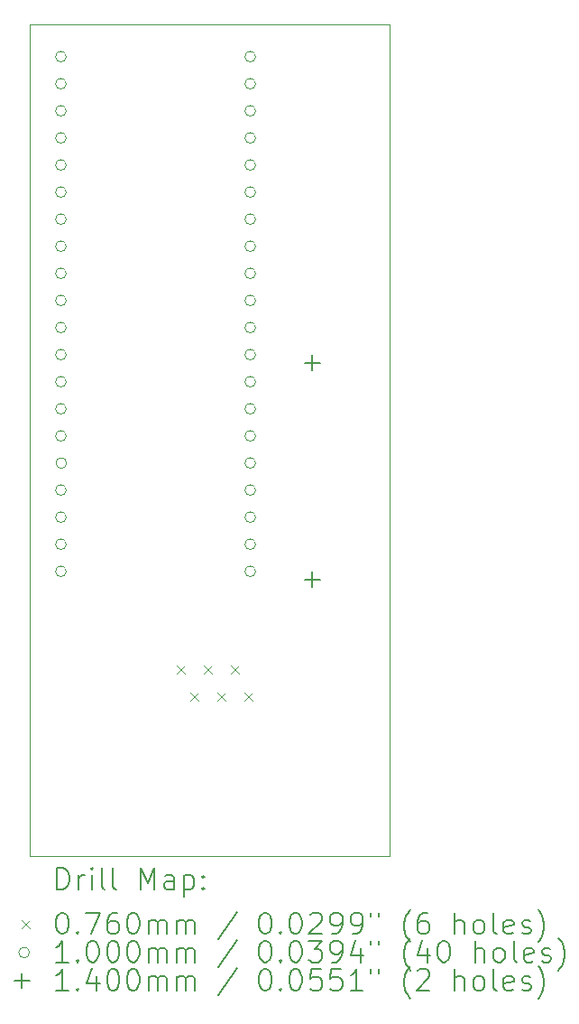
<source format=gbr>
%TF.GenerationSoftware,KiCad,Pcbnew,8.0.3*%
%TF.CreationDate,2024-06-17T11:34:03+02:00*%
%TF.ProjectId,Rasppipico f_r HAN-port,52617370-7069-4706-9963-6f2066f67220,rev?*%
%TF.SameCoordinates,Original*%
%TF.FileFunction,Drillmap*%
%TF.FilePolarity,Positive*%
%FSLAX45Y45*%
G04 Gerber Fmt 4.5, Leading zero omitted, Abs format (unit mm)*
G04 Created by KiCad (PCBNEW 8.0.3) date 2024-06-17 11:34:03*
%MOMM*%
%LPD*%
G01*
G04 APERTURE LIST*
%ADD10C,0.050000*%
%ADD11C,0.200000*%
%ADD12C,0.100000*%
%ADD13C,0.140000*%
G04 APERTURE END LIST*
D10*
X13017500Y-5257800D02*
X16395700Y-5257800D01*
X16395700Y-13055600D01*
X13017500Y-13055600D01*
X13017500Y-5257800D01*
D11*
D12*
X14401400Y-11275400D02*
X14477400Y-11351400D01*
X14477400Y-11275400D02*
X14401400Y-11351400D01*
X14528400Y-11529400D02*
X14604400Y-11605400D01*
X14604400Y-11529400D02*
X14528400Y-11605400D01*
X14655400Y-11275400D02*
X14731400Y-11351400D01*
X14731400Y-11275400D02*
X14655400Y-11351400D01*
X14782400Y-11529400D02*
X14858400Y-11605400D01*
X14858400Y-11529400D02*
X14782400Y-11605400D01*
X14909400Y-11275400D02*
X14985400Y-11351400D01*
X14985400Y-11275400D02*
X14909400Y-11351400D01*
X15036400Y-11529400D02*
X15112400Y-11605400D01*
X15112400Y-11529400D02*
X15036400Y-11605400D01*
X13359600Y-5562600D02*
G75*
G02*
X13259600Y-5562600I-50000J0D01*
G01*
X13259600Y-5562600D02*
G75*
G02*
X13359600Y-5562600I50000J0D01*
G01*
X13359600Y-5816600D02*
G75*
G02*
X13259600Y-5816600I-50000J0D01*
G01*
X13259600Y-5816600D02*
G75*
G02*
X13359600Y-5816600I50000J0D01*
G01*
X13359600Y-6070600D02*
G75*
G02*
X13259600Y-6070600I-50000J0D01*
G01*
X13259600Y-6070600D02*
G75*
G02*
X13359600Y-6070600I50000J0D01*
G01*
X13359600Y-6324600D02*
G75*
G02*
X13259600Y-6324600I-50000J0D01*
G01*
X13259600Y-6324600D02*
G75*
G02*
X13359600Y-6324600I50000J0D01*
G01*
X13359600Y-6578600D02*
G75*
G02*
X13259600Y-6578600I-50000J0D01*
G01*
X13259600Y-6578600D02*
G75*
G02*
X13359600Y-6578600I50000J0D01*
G01*
X13359600Y-6832600D02*
G75*
G02*
X13259600Y-6832600I-50000J0D01*
G01*
X13259600Y-6832600D02*
G75*
G02*
X13359600Y-6832600I50000J0D01*
G01*
X13359600Y-7086600D02*
G75*
G02*
X13259600Y-7086600I-50000J0D01*
G01*
X13259600Y-7086600D02*
G75*
G02*
X13359600Y-7086600I50000J0D01*
G01*
X13359600Y-7340600D02*
G75*
G02*
X13259600Y-7340600I-50000J0D01*
G01*
X13259600Y-7340600D02*
G75*
G02*
X13359600Y-7340600I50000J0D01*
G01*
X13359600Y-7594600D02*
G75*
G02*
X13259600Y-7594600I-50000J0D01*
G01*
X13259600Y-7594600D02*
G75*
G02*
X13359600Y-7594600I50000J0D01*
G01*
X13359600Y-7848600D02*
G75*
G02*
X13259600Y-7848600I-50000J0D01*
G01*
X13259600Y-7848600D02*
G75*
G02*
X13359600Y-7848600I50000J0D01*
G01*
X13359600Y-8102600D02*
G75*
G02*
X13259600Y-8102600I-50000J0D01*
G01*
X13259600Y-8102600D02*
G75*
G02*
X13359600Y-8102600I50000J0D01*
G01*
X13359600Y-8356600D02*
G75*
G02*
X13259600Y-8356600I-50000J0D01*
G01*
X13259600Y-8356600D02*
G75*
G02*
X13359600Y-8356600I50000J0D01*
G01*
X13359600Y-8610600D02*
G75*
G02*
X13259600Y-8610600I-50000J0D01*
G01*
X13259600Y-8610600D02*
G75*
G02*
X13359600Y-8610600I50000J0D01*
G01*
X13359600Y-8864600D02*
G75*
G02*
X13259600Y-8864600I-50000J0D01*
G01*
X13259600Y-8864600D02*
G75*
G02*
X13359600Y-8864600I50000J0D01*
G01*
X13359600Y-9118600D02*
G75*
G02*
X13259600Y-9118600I-50000J0D01*
G01*
X13259600Y-9118600D02*
G75*
G02*
X13359600Y-9118600I50000J0D01*
G01*
X13359600Y-9626600D02*
G75*
G02*
X13259600Y-9626600I-50000J0D01*
G01*
X13259600Y-9626600D02*
G75*
G02*
X13359600Y-9626600I50000J0D01*
G01*
X13359600Y-9880600D02*
G75*
G02*
X13259600Y-9880600I-50000J0D01*
G01*
X13259600Y-9880600D02*
G75*
G02*
X13359600Y-9880600I50000J0D01*
G01*
X13359600Y-10134600D02*
G75*
G02*
X13259600Y-10134600I-50000J0D01*
G01*
X13259600Y-10134600D02*
G75*
G02*
X13359600Y-10134600I50000J0D01*
G01*
X13359600Y-10388600D02*
G75*
G02*
X13259600Y-10388600I-50000J0D01*
G01*
X13259600Y-10388600D02*
G75*
G02*
X13359600Y-10388600I50000J0D01*
G01*
X13363788Y-9372600D02*
G75*
G02*
X13263788Y-9372600I-50000J0D01*
G01*
X13263788Y-9372600D02*
G75*
G02*
X13363788Y-9372600I50000J0D01*
G01*
X15137600Y-5562600D02*
G75*
G02*
X15037600Y-5562600I-50000J0D01*
G01*
X15037600Y-5562600D02*
G75*
G02*
X15137600Y-5562600I50000J0D01*
G01*
X15137600Y-5816600D02*
G75*
G02*
X15037600Y-5816600I-50000J0D01*
G01*
X15037600Y-5816600D02*
G75*
G02*
X15137600Y-5816600I50000J0D01*
G01*
X15137600Y-6070600D02*
G75*
G02*
X15037600Y-6070600I-50000J0D01*
G01*
X15037600Y-6070600D02*
G75*
G02*
X15137600Y-6070600I50000J0D01*
G01*
X15137600Y-6324600D02*
G75*
G02*
X15037600Y-6324600I-50000J0D01*
G01*
X15037600Y-6324600D02*
G75*
G02*
X15137600Y-6324600I50000J0D01*
G01*
X15137600Y-6578600D02*
G75*
G02*
X15037600Y-6578600I-50000J0D01*
G01*
X15037600Y-6578600D02*
G75*
G02*
X15137600Y-6578600I50000J0D01*
G01*
X15137600Y-6832600D02*
G75*
G02*
X15037600Y-6832600I-50000J0D01*
G01*
X15037600Y-6832600D02*
G75*
G02*
X15137600Y-6832600I50000J0D01*
G01*
X15137600Y-7086600D02*
G75*
G02*
X15037600Y-7086600I-50000J0D01*
G01*
X15037600Y-7086600D02*
G75*
G02*
X15137600Y-7086600I50000J0D01*
G01*
X15137600Y-7340600D02*
G75*
G02*
X15037600Y-7340600I-50000J0D01*
G01*
X15037600Y-7340600D02*
G75*
G02*
X15137600Y-7340600I50000J0D01*
G01*
X15137600Y-7594600D02*
G75*
G02*
X15037600Y-7594600I-50000J0D01*
G01*
X15037600Y-7594600D02*
G75*
G02*
X15137600Y-7594600I50000J0D01*
G01*
X15137600Y-7848600D02*
G75*
G02*
X15037600Y-7848600I-50000J0D01*
G01*
X15037600Y-7848600D02*
G75*
G02*
X15137600Y-7848600I50000J0D01*
G01*
X15137600Y-8102600D02*
G75*
G02*
X15037600Y-8102600I-50000J0D01*
G01*
X15037600Y-8102600D02*
G75*
G02*
X15137600Y-8102600I50000J0D01*
G01*
X15137600Y-8356600D02*
G75*
G02*
X15037600Y-8356600I-50000J0D01*
G01*
X15037600Y-8356600D02*
G75*
G02*
X15137600Y-8356600I50000J0D01*
G01*
X15137600Y-8610600D02*
G75*
G02*
X15037600Y-8610600I-50000J0D01*
G01*
X15037600Y-8610600D02*
G75*
G02*
X15137600Y-8610600I50000J0D01*
G01*
X15137600Y-8864600D02*
G75*
G02*
X15037600Y-8864600I-50000J0D01*
G01*
X15037600Y-8864600D02*
G75*
G02*
X15137600Y-8864600I50000J0D01*
G01*
X15137600Y-9118600D02*
G75*
G02*
X15037600Y-9118600I-50000J0D01*
G01*
X15037600Y-9118600D02*
G75*
G02*
X15137600Y-9118600I50000J0D01*
G01*
X15137600Y-9372600D02*
G75*
G02*
X15037600Y-9372600I-50000J0D01*
G01*
X15037600Y-9372600D02*
G75*
G02*
X15137600Y-9372600I50000J0D01*
G01*
X15137600Y-9626600D02*
G75*
G02*
X15037600Y-9626600I-50000J0D01*
G01*
X15037600Y-9626600D02*
G75*
G02*
X15137600Y-9626600I50000J0D01*
G01*
X15137600Y-9880600D02*
G75*
G02*
X15037600Y-9880600I-50000J0D01*
G01*
X15037600Y-9880600D02*
G75*
G02*
X15137600Y-9880600I50000J0D01*
G01*
X15137600Y-10134600D02*
G75*
G02*
X15037600Y-10134600I-50000J0D01*
G01*
X15037600Y-10134600D02*
G75*
G02*
X15137600Y-10134600I50000J0D01*
G01*
X15137600Y-10388600D02*
G75*
G02*
X15037600Y-10388600I-50000J0D01*
G01*
X15037600Y-10388600D02*
G75*
G02*
X15137600Y-10388600I50000J0D01*
G01*
D13*
X15671800Y-8362800D02*
X15671800Y-8502800D01*
X15601800Y-8432800D02*
X15741800Y-8432800D01*
X15671800Y-10394800D02*
X15671800Y-10534800D01*
X15601800Y-10464800D02*
X15741800Y-10464800D01*
D11*
X13275777Y-13369584D02*
X13275777Y-13169584D01*
X13275777Y-13169584D02*
X13323396Y-13169584D01*
X13323396Y-13169584D02*
X13351967Y-13179108D01*
X13351967Y-13179108D02*
X13371015Y-13198155D01*
X13371015Y-13198155D02*
X13380539Y-13217203D01*
X13380539Y-13217203D02*
X13390062Y-13255298D01*
X13390062Y-13255298D02*
X13390062Y-13283869D01*
X13390062Y-13283869D02*
X13380539Y-13321965D01*
X13380539Y-13321965D02*
X13371015Y-13341012D01*
X13371015Y-13341012D02*
X13351967Y-13360060D01*
X13351967Y-13360060D02*
X13323396Y-13369584D01*
X13323396Y-13369584D02*
X13275777Y-13369584D01*
X13475777Y-13369584D02*
X13475777Y-13236250D01*
X13475777Y-13274346D02*
X13485301Y-13255298D01*
X13485301Y-13255298D02*
X13494824Y-13245774D01*
X13494824Y-13245774D02*
X13513872Y-13236250D01*
X13513872Y-13236250D02*
X13532920Y-13236250D01*
X13599586Y-13369584D02*
X13599586Y-13236250D01*
X13599586Y-13169584D02*
X13590062Y-13179108D01*
X13590062Y-13179108D02*
X13599586Y-13188631D01*
X13599586Y-13188631D02*
X13609110Y-13179108D01*
X13609110Y-13179108D02*
X13599586Y-13169584D01*
X13599586Y-13169584D02*
X13599586Y-13188631D01*
X13723396Y-13369584D02*
X13704348Y-13360060D01*
X13704348Y-13360060D02*
X13694824Y-13341012D01*
X13694824Y-13341012D02*
X13694824Y-13169584D01*
X13828158Y-13369584D02*
X13809110Y-13360060D01*
X13809110Y-13360060D02*
X13799586Y-13341012D01*
X13799586Y-13341012D02*
X13799586Y-13169584D01*
X14056729Y-13369584D02*
X14056729Y-13169584D01*
X14056729Y-13169584D02*
X14123396Y-13312441D01*
X14123396Y-13312441D02*
X14190062Y-13169584D01*
X14190062Y-13169584D02*
X14190062Y-13369584D01*
X14371015Y-13369584D02*
X14371015Y-13264822D01*
X14371015Y-13264822D02*
X14361491Y-13245774D01*
X14361491Y-13245774D02*
X14342443Y-13236250D01*
X14342443Y-13236250D02*
X14304348Y-13236250D01*
X14304348Y-13236250D02*
X14285301Y-13245774D01*
X14371015Y-13360060D02*
X14351967Y-13369584D01*
X14351967Y-13369584D02*
X14304348Y-13369584D01*
X14304348Y-13369584D02*
X14285301Y-13360060D01*
X14285301Y-13360060D02*
X14275777Y-13341012D01*
X14275777Y-13341012D02*
X14275777Y-13321965D01*
X14275777Y-13321965D02*
X14285301Y-13302917D01*
X14285301Y-13302917D02*
X14304348Y-13293393D01*
X14304348Y-13293393D02*
X14351967Y-13293393D01*
X14351967Y-13293393D02*
X14371015Y-13283869D01*
X14466253Y-13236250D02*
X14466253Y-13436250D01*
X14466253Y-13245774D02*
X14485301Y-13236250D01*
X14485301Y-13236250D02*
X14523396Y-13236250D01*
X14523396Y-13236250D02*
X14542443Y-13245774D01*
X14542443Y-13245774D02*
X14551967Y-13255298D01*
X14551967Y-13255298D02*
X14561491Y-13274346D01*
X14561491Y-13274346D02*
X14561491Y-13331488D01*
X14561491Y-13331488D02*
X14551967Y-13350536D01*
X14551967Y-13350536D02*
X14542443Y-13360060D01*
X14542443Y-13360060D02*
X14523396Y-13369584D01*
X14523396Y-13369584D02*
X14485301Y-13369584D01*
X14485301Y-13369584D02*
X14466253Y-13360060D01*
X14647205Y-13350536D02*
X14656729Y-13360060D01*
X14656729Y-13360060D02*
X14647205Y-13369584D01*
X14647205Y-13369584D02*
X14637682Y-13360060D01*
X14637682Y-13360060D02*
X14647205Y-13350536D01*
X14647205Y-13350536D02*
X14647205Y-13369584D01*
X14647205Y-13245774D02*
X14656729Y-13255298D01*
X14656729Y-13255298D02*
X14647205Y-13264822D01*
X14647205Y-13264822D02*
X14637682Y-13255298D01*
X14637682Y-13255298D02*
X14647205Y-13245774D01*
X14647205Y-13245774D02*
X14647205Y-13264822D01*
D12*
X12939000Y-13660100D02*
X13015000Y-13736100D01*
X13015000Y-13660100D02*
X12939000Y-13736100D01*
D11*
X13313872Y-13589584D02*
X13332920Y-13589584D01*
X13332920Y-13589584D02*
X13351967Y-13599108D01*
X13351967Y-13599108D02*
X13361491Y-13608631D01*
X13361491Y-13608631D02*
X13371015Y-13627679D01*
X13371015Y-13627679D02*
X13380539Y-13665774D01*
X13380539Y-13665774D02*
X13380539Y-13713393D01*
X13380539Y-13713393D02*
X13371015Y-13751488D01*
X13371015Y-13751488D02*
X13361491Y-13770536D01*
X13361491Y-13770536D02*
X13351967Y-13780060D01*
X13351967Y-13780060D02*
X13332920Y-13789584D01*
X13332920Y-13789584D02*
X13313872Y-13789584D01*
X13313872Y-13789584D02*
X13294824Y-13780060D01*
X13294824Y-13780060D02*
X13285301Y-13770536D01*
X13285301Y-13770536D02*
X13275777Y-13751488D01*
X13275777Y-13751488D02*
X13266253Y-13713393D01*
X13266253Y-13713393D02*
X13266253Y-13665774D01*
X13266253Y-13665774D02*
X13275777Y-13627679D01*
X13275777Y-13627679D02*
X13285301Y-13608631D01*
X13285301Y-13608631D02*
X13294824Y-13599108D01*
X13294824Y-13599108D02*
X13313872Y-13589584D01*
X13466253Y-13770536D02*
X13475777Y-13780060D01*
X13475777Y-13780060D02*
X13466253Y-13789584D01*
X13466253Y-13789584D02*
X13456729Y-13780060D01*
X13456729Y-13780060D02*
X13466253Y-13770536D01*
X13466253Y-13770536D02*
X13466253Y-13789584D01*
X13542443Y-13589584D02*
X13675777Y-13589584D01*
X13675777Y-13589584D02*
X13590062Y-13789584D01*
X13837682Y-13589584D02*
X13799586Y-13589584D01*
X13799586Y-13589584D02*
X13780539Y-13599108D01*
X13780539Y-13599108D02*
X13771015Y-13608631D01*
X13771015Y-13608631D02*
X13751967Y-13637203D01*
X13751967Y-13637203D02*
X13742443Y-13675298D01*
X13742443Y-13675298D02*
X13742443Y-13751488D01*
X13742443Y-13751488D02*
X13751967Y-13770536D01*
X13751967Y-13770536D02*
X13761491Y-13780060D01*
X13761491Y-13780060D02*
X13780539Y-13789584D01*
X13780539Y-13789584D02*
X13818634Y-13789584D01*
X13818634Y-13789584D02*
X13837682Y-13780060D01*
X13837682Y-13780060D02*
X13847205Y-13770536D01*
X13847205Y-13770536D02*
X13856729Y-13751488D01*
X13856729Y-13751488D02*
X13856729Y-13703869D01*
X13856729Y-13703869D02*
X13847205Y-13684822D01*
X13847205Y-13684822D02*
X13837682Y-13675298D01*
X13837682Y-13675298D02*
X13818634Y-13665774D01*
X13818634Y-13665774D02*
X13780539Y-13665774D01*
X13780539Y-13665774D02*
X13761491Y-13675298D01*
X13761491Y-13675298D02*
X13751967Y-13684822D01*
X13751967Y-13684822D02*
X13742443Y-13703869D01*
X13980539Y-13589584D02*
X13999586Y-13589584D01*
X13999586Y-13589584D02*
X14018634Y-13599108D01*
X14018634Y-13599108D02*
X14028158Y-13608631D01*
X14028158Y-13608631D02*
X14037682Y-13627679D01*
X14037682Y-13627679D02*
X14047205Y-13665774D01*
X14047205Y-13665774D02*
X14047205Y-13713393D01*
X14047205Y-13713393D02*
X14037682Y-13751488D01*
X14037682Y-13751488D02*
X14028158Y-13770536D01*
X14028158Y-13770536D02*
X14018634Y-13780060D01*
X14018634Y-13780060D02*
X13999586Y-13789584D01*
X13999586Y-13789584D02*
X13980539Y-13789584D01*
X13980539Y-13789584D02*
X13961491Y-13780060D01*
X13961491Y-13780060D02*
X13951967Y-13770536D01*
X13951967Y-13770536D02*
X13942443Y-13751488D01*
X13942443Y-13751488D02*
X13932920Y-13713393D01*
X13932920Y-13713393D02*
X13932920Y-13665774D01*
X13932920Y-13665774D02*
X13942443Y-13627679D01*
X13942443Y-13627679D02*
X13951967Y-13608631D01*
X13951967Y-13608631D02*
X13961491Y-13599108D01*
X13961491Y-13599108D02*
X13980539Y-13589584D01*
X14132920Y-13789584D02*
X14132920Y-13656250D01*
X14132920Y-13675298D02*
X14142443Y-13665774D01*
X14142443Y-13665774D02*
X14161491Y-13656250D01*
X14161491Y-13656250D02*
X14190063Y-13656250D01*
X14190063Y-13656250D02*
X14209110Y-13665774D01*
X14209110Y-13665774D02*
X14218634Y-13684822D01*
X14218634Y-13684822D02*
X14218634Y-13789584D01*
X14218634Y-13684822D02*
X14228158Y-13665774D01*
X14228158Y-13665774D02*
X14247205Y-13656250D01*
X14247205Y-13656250D02*
X14275777Y-13656250D01*
X14275777Y-13656250D02*
X14294824Y-13665774D01*
X14294824Y-13665774D02*
X14304348Y-13684822D01*
X14304348Y-13684822D02*
X14304348Y-13789584D01*
X14399586Y-13789584D02*
X14399586Y-13656250D01*
X14399586Y-13675298D02*
X14409110Y-13665774D01*
X14409110Y-13665774D02*
X14428158Y-13656250D01*
X14428158Y-13656250D02*
X14456729Y-13656250D01*
X14456729Y-13656250D02*
X14475777Y-13665774D01*
X14475777Y-13665774D02*
X14485301Y-13684822D01*
X14485301Y-13684822D02*
X14485301Y-13789584D01*
X14485301Y-13684822D02*
X14494824Y-13665774D01*
X14494824Y-13665774D02*
X14513872Y-13656250D01*
X14513872Y-13656250D02*
X14542443Y-13656250D01*
X14542443Y-13656250D02*
X14561491Y-13665774D01*
X14561491Y-13665774D02*
X14571015Y-13684822D01*
X14571015Y-13684822D02*
X14571015Y-13789584D01*
X14961491Y-13580060D02*
X14790063Y-13837203D01*
X15218634Y-13589584D02*
X15237682Y-13589584D01*
X15237682Y-13589584D02*
X15256729Y-13599108D01*
X15256729Y-13599108D02*
X15266253Y-13608631D01*
X15266253Y-13608631D02*
X15275777Y-13627679D01*
X15275777Y-13627679D02*
X15285301Y-13665774D01*
X15285301Y-13665774D02*
X15285301Y-13713393D01*
X15285301Y-13713393D02*
X15275777Y-13751488D01*
X15275777Y-13751488D02*
X15266253Y-13770536D01*
X15266253Y-13770536D02*
X15256729Y-13780060D01*
X15256729Y-13780060D02*
X15237682Y-13789584D01*
X15237682Y-13789584D02*
X15218634Y-13789584D01*
X15218634Y-13789584D02*
X15199586Y-13780060D01*
X15199586Y-13780060D02*
X15190063Y-13770536D01*
X15190063Y-13770536D02*
X15180539Y-13751488D01*
X15180539Y-13751488D02*
X15171015Y-13713393D01*
X15171015Y-13713393D02*
X15171015Y-13665774D01*
X15171015Y-13665774D02*
X15180539Y-13627679D01*
X15180539Y-13627679D02*
X15190063Y-13608631D01*
X15190063Y-13608631D02*
X15199586Y-13599108D01*
X15199586Y-13599108D02*
X15218634Y-13589584D01*
X15371015Y-13770536D02*
X15380539Y-13780060D01*
X15380539Y-13780060D02*
X15371015Y-13789584D01*
X15371015Y-13789584D02*
X15361491Y-13780060D01*
X15361491Y-13780060D02*
X15371015Y-13770536D01*
X15371015Y-13770536D02*
X15371015Y-13789584D01*
X15504348Y-13589584D02*
X15523396Y-13589584D01*
X15523396Y-13589584D02*
X15542444Y-13599108D01*
X15542444Y-13599108D02*
X15551967Y-13608631D01*
X15551967Y-13608631D02*
X15561491Y-13627679D01*
X15561491Y-13627679D02*
X15571015Y-13665774D01*
X15571015Y-13665774D02*
X15571015Y-13713393D01*
X15571015Y-13713393D02*
X15561491Y-13751488D01*
X15561491Y-13751488D02*
X15551967Y-13770536D01*
X15551967Y-13770536D02*
X15542444Y-13780060D01*
X15542444Y-13780060D02*
X15523396Y-13789584D01*
X15523396Y-13789584D02*
X15504348Y-13789584D01*
X15504348Y-13789584D02*
X15485301Y-13780060D01*
X15485301Y-13780060D02*
X15475777Y-13770536D01*
X15475777Y-13770536D02*
X15466253Y-13751488D01*
X15466253Y-13751488D02*
X15456729Y-13713393D01*
X15456729Y-13713393D02*
X15456729Y-13665774D01*
X15456729Y-13665774D02*
X15466253Y-13627679D01*
X15466253Y-13627679D02*
X15475777Y-13608631D01*
X15475777Y-13608631D02*
X15485301Y-13599108D01*
X15485301Y-13599108D02*
X15504348Y-13589584D01*
X15647206Y-13608631D02*
X15656729Y-13599108D01*
X15656729Y-13599108D02*
X15675777Y-13589584D01*
X15675777Y-13589584D02*
X15723396Y-13589584D01*
X15723396Y-13589584D02*
X15742444Y-13599108D01*
X15742444Y-13599108D02*
X15751967Y-13608631D01*
X15751967Y-13608631D02*
X15761491Y-13627679D01*
X15761491Y-13627679D02*
X15761491Y-13646727D01*
X15761491Y-13646727D02*
X15751967Y-13675298D01*
X15751967Y-13675298D02*
X15637682Y-13789584D01*
X15637682Y-13789584D02*
X15761491Y-13789584D01*
X15856729Y-13789584D02*
X15894825Y-13789584D01*
X15894825Y-13789584D02*
X15913872Y-13780060D01*
X15913872Y-13780060D02*
X15923396Y-13770536D01*
X15923396Y-13770536D02*
X15942444Y-13741965D01*
X15942444Y-13741965D02*
X15951967Y-13703869D01*
X15951967Y-13703869D02*
X15951967Y-13627679D01*
X15951967Y-13627679D02*
X15942444Y-13608631D01*
X15942444Y-13608631D02*
X15932920Y-13599108D01*
X15932920Y-13599108D02*
X15913872Y-13589584D01*
X15913872Y-13589584D02*
X15875777Y-13589584D01*
X15875777Y-13589584D02*
X15856729Y-13599108D01*
X15856729Y-13599108D02*
X15847206Y-13608631D01*
X15847206Y-13608631D02*
X15837682Y-13627679D01*
X15837682Y-13627679D02*
X15837682Y-13675298D01*
X15837682Y-13675298D02*
X15847206Y-13694346D01*
X15847206Y-13694346D02*
X15856729Y-13703869D01*
X15856729Y-13703869D02*
X15875777Y-13713393D01*
X15875777Y-13713393D02*
X15913872Y-13713393D01*
X15913872Y-13713393D02*
X15932920Y-13703869D01*
X15932920Y-13703869D02*
X15942444Y-13694346D01*
X15942444Y-13694346D02*
X15951967Y-13675298D01*
X16047206Y-13789584D02*
X16085301Y-13789584D01*
X16085301Y-13789584D02*
X16104348Y-13780060D01*
X16104348Y-13780060D02*
X16113872Y-13770536D01*
X16113872Y-13770536D02*
X16132920Y-13741965D01*
X16132920Y-13741965D02*
X16142444Y-13703869D01*
X16142444Y-13703869D02*
X16142444Y-13627679D01*
X16142444Y-13627679D02*
X16132920Y-13608631D01*
X16132920Y-13608631D02*
X16123396Y-13599108D01*
X16123396Y-13599108D02*
X16104348Y-13589584D01*
X16104348Y-13589584D02*
X16066253Y-13589584D01*
X16066253Y-13589584D02*
X16047206Y-13599108D01*
X16047206Y-13599108D02*
X16037682Y-13608631D01*
X16037682Y-13608631D02*
X16028158Y-13627679D01*
X16028158Y-13627679D02*
X16028158Y-13675298D01*
X16028158Y-13675298D02*
X16037682Y-13694346D01*
X16037682Y-13694346D02*
X16047206Y-13703869D01*
X16047206Y-13703869D02*
X16066253Y-13713393D01*
X16066253Y-13713393D02*
X16104348Y-13713393D01*
X16104348Y-13713393D02*
X16123396Y-13703869D01*
X16123396Y-13703869D02*
X16132920Y-13694346D01*
X16132920Y-13694346D02*
X16142444Y-13675298D01*
X16218634Y-13589584D02*
X16218634Y-13627679D01*
X16294825Y-13589584D02*
X16294825Y-13627679D01*
X16590063Y-13865774D02*
X16580539Y-13856250D01*
X16580539Y-13856250D02*
X16561491Y-13827679D01*
X16561491Y-13827679D02*
X16551968Y-13808631D01*
X16551968Y-13808631D02*
X16542444Y-13780060D01*
X16542444Y-13780060D02*
X16532920Y-13732441D01*
X16532920Y-13732441D02*
X16532920Y-13694346D01*
X16532920Y-13694346D02*
X16542444Y-13646727D01*
X16542444Y-13646727D02*
X16551968Y-13618155D01*
X16551968Y-13618155D02*
X16561491Y-13599108D01*
X16561491Y-13599108D02*
X16580539Y-13570536D01*
X16580539Y-13570536D02*
X16590063Y-13561012D01*
X16751968Y-13589584D02*
X16713872Y-13589584D01*
X16713872Y-13589584D02*
X16694825Y-13599108D01*
X16694825Y-13599108D02*
X16685301Y-13608631D01*
X16685301Y-13608631D02*
X16666253Y-13637203D01*
X16666253Y-13637203D02*
X16656729Y-13675298D01*
X16656729Y-13675298D02*
X16656729Y-13751488D01*
X16656729Y-13751488D02*
X16666253Y-13770536D01*
X16666253Y-13770536D02*
X16675777Y-13780060D01*
X16675777Y-13780060D02*
X16694825Y-13789584D01*
X16694825Y-13789584D02*
X16732920Y-13789584D01*
X16732920Y-13789584D02*
X16751968Y-13780060D01*
X16751968Y-13780060D02*
X16761491Y-13770536D01*
X16761491Y-13770536D02*
X16771015Y-13751488D01*
X16771015Y-13751488D02*
X16771015Y-13703869D01*
X16771015Y-13703869D02*
X16761491Y-13684822D01*
X16761491Y-13684822D02*
X16751968Y-13675298D01*
X16751968Y-13675298D02*
X16732920Y-13665774D01*
X16732920Y-13665774D02*
X16694825Y-13665774D01*
X16694825Y-13665774D02*
X16675777Y-13675298D01*
X16675777Y-13675298D02*
X16666253Y-13684822D01*
X16666253Y-13684822D02*
X16656729Y-13703869D01*
X17009111Y-13789584D02*
X17009111Y-13589584D01*
X17094825Y-13789584D02*
X17094825Y-13684822D01*
X17094825Y-13684822D02*
X17085301Y-13665774D01*
X17085301Y-13665774D02*
X17066253Y-13656250D01*
X17066253Y-13656250D02*
X17037682Y-13656250D01*
X17037682Y-13656250D02*
X17018634Y-13665774D01*
X17018634Y-13665774D02*
X17009111Y-13675298D01*
X17218634Y-13789584D02*
X17199587Y-13780060D01*
X17199587Y-13780060D02*
X17190063Y-13770536D01*
X17190063Y-13770536D02*
X17180539Y-13751488D01*
X17180539Y-13751488D02*
X17180539Y-13694346D01*
X17180539Y-13694346D02*
X17190063Y-13675298D01*
X17190063Y-13675298D02*
X17199587Y-13665774D01*
X17199587Y-13665774D02*
X17218634Y-13656250D01*
X17218634Y-13656250D02*
X17247206Y-13656250D01*
X17247206Y-13656250D02*
X17266253Y-13665774D01*
X17266253Y-13665774D02*
X17275777Y-13675298D01*
X17275777Y-13675298D02*
X17285301Y-13694346D01*
X17285301Y-13694346D02*
X17285301Y-13751488D01*
X17285301Y-13751488D02*
X17275777Y-13770536D01*
X17275777Y-13770536D02*
X17266253Y-13780060D01*
X17266253Y-13780060D02*
X17247206Y-13789584D01*
X17247206Y-13789584D02*
X17218634Y-13789584D01*
X17399587Y-13789584D02*
X17380539Y-13780060D01*
X17380539Y-13780060D02*
X17371015Y-13761012D01*
X17371015Y-13761012D02*
X17371015Y-13589584D01*
X17551968Y-13780060D02*
X17532920Y-13789584D01*
X17532920Y-13789584D02*
X17494825Y-13789584D01*
X17494825Y-13789584D02*
X17475777Y-13780060D01*
X17475777Y-13780060D02*
X17466253Y-13761012D01*
X17466253Y-13761012D02*
X17466253Y-13684822D01*
X17466253Y-13684822D02*
X17475777Y-13665774D01*
X17475777Y-13665774D02*
X17494825Y-13656250D01*
X17494825Y-13656250D02*
X17532920Y-13656250D01*
X17532920Y-13656250D02*
X17551968Y-13665774D01*
X17551968Y-13665774D02*
X17561492Y-13684822D01*
X17561492Y-13684822D02*
X17561492Y-13703869D01*
X17561492Y-13703869D02*
X17466253Y-13722917D01*
X17637682Y-13780060D02*
X17656730Y-13789584D01*
X17656730Y-13789584D02*
X17694825Y-13789584D01*
X17694825Y-13789584D02*
X17713873Y-13780060D01*
X17713873Y-13780060D02*
X17723396Y-13761012D01*
X17723396Y-13761012D02*
X17723396Y-13751488D01*
X17723396Y-13751488D02*
X17713873Y-13732441D01*
X17713873Y-13732441D02*
X17694825Y-13722917D01*
X17694825Y-13722917D02*
X17666253Y-13722917D01*
X17666253Y-13722917D02*
X17647206Y-13713393D01*
X17647206Y-13713393D02*
X17637682Y-13694346D01*
X17637682Y-13694346D02*
X17637682Y-13684822D01*
X17637682Y-13684822D02*
X17647206Y-13665774D01*
X17647206Y-13665774D02*
X17666253Y-13656250D01*
X17666253Y-13656250D02*
X17694825Y-13656250D01*
X17694825Y-13656250D02*
X17713873Y-13665774D01*
X17790063Y-13865774D02*
X17799587Y-13856250D01*
X17799587Y-13856250D02*
X17818634Y-13827679D01*
X17818634Y-13827679D02*
X17828158Y-13808631D01*
X17828158Y-13808631D02*
X17837682Y-13780060D01*
X17837682Y-13780060D02*
X17847206Y-13732441D01*
X17847206Y-13732441D02*
X17847206Y-13694346D01*
X17847206Y-13694346D02*
X17837682Y-13646727D01*
X17837682Y-13646727D02*
X17828158Y-13618155D01*
X17828158Y-13618155D02*
X17818634Y-13599108D01*
X17818634Y-13599108D02*
X17799587Y-13570536D01*
X17799587Y-13570536D02*
X17790063Y-13561012D01*
D12*
X13015000Y-13962100D02*
G75*
G02*
X12915000Y-13962100I-50000J0D01*
G01*
X12915000Y-13962100D02*
G75*
G02*
X13015000Y-13962100I50000J0D01*
G01*
D11*
X13380539Y-14053584D02*
X13266253Y-14053584D01*
X13323396Y-14053584D02*
X13323396Y-13853584D01*
X13323396Y-13853584D02*
X13304348Y-13882155D01*
X13304348Y-13882155D02*
X13285301Y-13901203D01*
X13285301Y-13901203D02*
X13266253Y-13910727D01*
X13466253Y-14034536D02*
X13475777Y-14044060D01*
X13475777Y-14044060D02*
X13466253Y-14053584D01*
X13466253Y-14053584D02*
X13456729Y-14044060D01*
X13456729Y-14044060D02*
X13466253Y-14034536D01*
X13466253Y-14034536D02*
X13466253Y-14053584D01*
X13599586Y-13853584D02*
X13618634Y-13853584D01*
X13618634Y-13853584D02*
X13637682Y-13863108D01*
X13637682Y-13863108D02*
X13647205Y-13872631D01*
X13647205Y-13872631D02*
X13656729Y-13891679D01*
X13656729Y-13891679D02*
X13666253Y-13929774D01*
X13666253Y-13929774D02*
X13666253Y-13977393D01*
X13666253Y-13977393D02*
X13656729Y-14015488D01*
X13656729Y-14015488D02*
X13647205Y-14034536D01*
X13647205Y-14034536D02*
X13637682Y-14044060D01*
X13637682Y-14044060D02*
X13618634Y-14053584D01*
X13618634Y-14053584D02*
X13599586Y-14053584D01*
X13599586Y-14053584D02*
X13580539Y-14044060D01*
X13580539Y-14044060D02*
X13571015Y-14034536D01*
X13571015Y-14034536D02*
X13561491Y-14015488D01*
X13561491Y-14015488D02*
X13551967Y-13977393D01*
X13551967Y-13977393D02*
X13551967Y-13929774D01*
X13551967Y-13929774D02*
X13561491Y-13891679D01*
X13561491Y-13891679D02*
X13571015Y-13872631D01*
X13571015Y-13872631D02*
X13580539Y-13863108D01*
X13580539Y-13863108D02*
X13599586Y-13853584D01*
X13790062Y-13853584D02*
X13809110Y-13853584D01*
X13809110Y-13853584D02*
X13828158Y-13863108D01*
X13828158Y-13863108D02*
X13837682Y-13872631D01*
X13837682Y-13872631D02*
X13847205Y-13891679D01*
X13847205Y-13891679D02*
X13856729Y-13929774D01*
X13856729Y-13929774D02*
X13856729Y-13977393D01*
X13856729Y-13977393D02*
X13847205Y-14015488D01*
X13847205Y-14015488D02*
X13837682Y-14034536D01*
X13837682Y-14034536D02*
X13828158Y-14044060D01*
X13828158Y-14044060D02*
X13809110Y-14053584D01*
X13809110Y-14053584D02*
X13790062Y-14053584D01*
X13790062Y-14053584D02*
X13771015Y-14044060D01*
X13771015Y-14044060D02*
X13761491Y-14034536D01*
X13761491Y-14034536D02*
X13751967Y-14015488D01*
X13751967Y-14015488D02*
X13742443Y-13977393D01*
X13742443Y-13977393D02*
X13742443Y-13929774D01*
X13742443Y-13929774D02*
X13751967Y-13891679D01*
X13751967Y-13891679D02*
X13761491Y-13872631D01*
X13761491Y-13872631D02*
X13771015Y-13863108D01*
X13771015Y-13863108D02*
X13790062Y-13853584D01*
X13980539Y-13853584D02*
X13999586Y-13853584D01*
X13999586Y-13853584D02*
X14018634Y-13863108D01*
X14018634Y-13863108D02*
X14028158Y-13872631D01*
X14028158Y-13872631D02*
X14037682Y-13891679D01*
X14037682Y-13891679D02*
X14047205Y-13929774D01*
X14047205Y-13929774D02*
X14047205Y-13977393D01*
X14047205Y-13977393D02*
X14037682Y-14015488D01*
X14037682Y-14015488D02*
X14028158Y-14034536D01*
X14028158Y-14034536D02*
X14018634Y-14044060D01*
X14018634Y-14044060D02*
X13999586Y-14053584D01*
X13999586Y-14053584D02*
X13980539Y-14053584D01*
X13980539Y-14053584D02*
X13961491Y-14044060D01*
X13961491Y-14044060D02*
X13951967Y-14034536D01*
X13951967Y-14034536D02*
X13942443Y-14015488D01*
X13942443Y-14015488D02*
X13932920Y-13977393D01*
X13932920Y-13977393D02*
X13932920Y-13929774D01*
X13932920Y-13929774D02*
X13942443Y-13891679D01*
X13942443Y-13891679D02*
X13951967Y-13872631D01*
X13951967Y-13872631D02*
X13961491Y-13863108D01*
X13961491Y-13863108D02*
X13980539Y-13853584D01*
X14132920Y-14053584D02*
X14132920Y-13920250D01*
X14132920Y-13939298D02*
X14142443Y-13929774D01*
X14142443Y-13929774D02*
X14161491Y-13920250D01*
X14161491Y-13920250D02*
X14190063Y-13920250D01*
X14190063Y-13920250D02*
X14209110Y-13929774D01*
X14209110Y-13929774D02*
X14218634Y-13948822D01*
X14218634Y-13948822D02*
X14218634Y-14053584D01*
X14218634Y-13948822D02*
X14228158Y-13929774D01*
X14228158Y-13929774D02*
X14247205Y-13920250D01*
X14247205Y-13920250D02*
X14275777Y-13920250D01*
X14275777Y-13920250D02*
X14294824Y-13929774D01*
X14294824Y-13929774D02*
X14304348Y-13948822D01*
X14304348Y-13948822D02*
X14304348Y-14053584D01*
X14399586Y-14053584D02*
X14399586Y-13920250D01*
X14399586Y-13939298D02*
X14409110Y-13929774D01*
X14409110Y-13929774D02*
X14428158Y-13920250D01*
X14428158Y-13920250D02*
X14456729Y-13920250D01*
X14456729Y-13920250D02*
X14475777Y-13929774D01*
X14475777Y-13929774D02*
X14485301Y-13948822D01*
X14485301Y-13948822D02*
X14485301Y-14053584D01*
X14485301Y-13948822D02*
X14494824Y-13929774D01*
X14494824Y-13929774D02*
X14513872Y-13920250D01*
X14513872Y-13920250D02*
X14542443Y-13920250D01*
X14542443Y-13920250D02*
X14561491Y-13929774D01*
X14561491Y-13929774D02*
X14571015Y-13948822D01*
X14571015Y-13948822D02*
X14571015Y-14053584D01*
X14961491Y-13844060D02*
X14790063Y-14101203D01*
X15218634Y-13853584D02*
X15237682Y-13853584D01*
X15237682Y-13853584D02*
X15256729Y-13863108D01*
X15256729Y-13863108D02*
X15266253Y-13872631D01*
X15266253Y-13872631D02*
X15275777Y-13891679D01*
X15275777Y-13891679D02*
X15285301Y-13929774D01*
X15285301Y-13929774D02*
X15285301Y-13977393D01*
X15285301Y-13977393D02*
X15275777Y-14015488D01*
X15275777Y-14015488D02*
X15266253Y-14034536D01*
X15266253Y-14034536D02*
X15256729Y-14044060D01*
X15256729Y-14044060D02*
X15237682Y-14053584D01*
X15237682Y-14053584D02*
X15218634Y-14053584D01*
X15218634Y-14053584D02*
X15199586Y-14044060D01*
X15199586Y-14044060D02*
X15190063Y-14034536D01*
X15190063Y-14034536D02*
X15180539Y-14015488D01*
X15180539Y-14015488D02*
X15171015Y-13977393D01*
X15171015Y-13977393D02*
X15171015Y-13929774D01*
X15171015Y-13929774D02*
X15180539Y-13891679D01*
X15180539Y-13891679D02*
X15190063Y-13872631D01*
X15190063Y-13872631D02*
X15199586Y-13863108D01*
X15199586Y-13863108D02*
X15218634Y-13853584D01*
X15371015Y-14034536D02*
X15380539Y-14044060D01*
X15380539Y-14044060D02*
X15371015Y-14053584D01*
X15371015Y-14053584D02*
X15361491Y-14044060D01*
X15361491Y-14044060D02*
X15371015Y-14034536D01*
X15371015Y-14034536D02*
X15371015Y-14053584D01*
X15504348Y-13853584D02*
X15523396Y-13853584D01*
X15523396Y-13853584D02*
X15542444Y-13863108D01*
X15542444Y-13863108D02*
X15551967Y-13872631D01*
X15551967Y-13872631D02*
X15561491Y-13891679D01*
X15561491Y-13891679D02*
X15571015Y-13929774D01*
X15571015Y-13929774D02*
X15571015Y-13977393D01*
X15571015Y-13977393D02*
X15561491Y-14015488D01*
X15561491Y-14015488D02*
X15551967Y-14034536D01*
X15551967Y-14034536D02*
X15542444Y-14044060D01*
X15542444Y-14044060D02*
X15523396Y-14053584D01*
X15523396Y-14053584D02*
X15504348Y-14053584D01*
X15504348Y-14053584D02*
X15485301Y-14044060D01*
X15485301Y-14044060D02*
X15475777Y-14034536D01*
X15475777Y-14034536D02*
X15466253Y-14015488D01*
X15466253Y-14015488D02*
X15456729Y-13977393D01*
X15456729Y-13977393D02*
X15456729Y-13929774D01*
X15456729Y-13929774D02*
X15466253Y-13891679D01*
X15466253Y-13891679D02*
X15475777Y-13872631D01*
X15475777Y-13872631D02*
X15485301Y-13863108D01*
X15485301Y-13863108D02*
X15504348Y-13853584D01*
X15637682Y-13853584D02*
X15761491Y-13853584D01*
X15761491Y-13853584D02*
X15694825Y-13929774D01*
X15694825Y-13929774D02*
X15723396Y-13929774D01*
X15723396Y-13929774D02*
X15742444Y-13939298D01*
X15742444Y-13939298D02*
X15751967Y-13948822D01*
X15751967Y-13948822D02*
X15761491Y-13967869D01*
X15761491Y-13967869D02*
X15761491Y-14015488D01*
X15761491Y-14015488D02*
X15751967Y-14034536D01*
X15751967Y-14034536D02*
X15742444Y-14044060D01*
X15742444Y-14044060D02*
X15723396Y-14053584D01*
X15723396Y-14053584D02*
X15666253Y-14053584D01*
X15666253Y-14053584D02*
X15647206Y-14044060D01*
X15647206Y-14044060D02*
X15637682Y-14034536D01*
X15856729Y-14053584D02*
X15894825Y-14053584D01*
X15894825Y-14053584D02*
X15913872Y-14044060D01*
X15913872Y-14044060D02*
X15923396Y-14034536D01*
X15923396Y-14034536D02*
X15942444Y-14005965D01*
X15942444Y-14005965D02*
X15951967Y-13967869D01*
X15951967Y-13967869D02*
X15951967Y-13891679D01*
X15951967Y-13891679D02*
X15942444Y-13872631D01*
X15942444Y-13872631D02*
X15932920Y-13863108D01*
X15932920Y-13863108D02*
X15913872Y-13853584D01*
X15913872Y-13853584D02*
X15875777Y-13853584D01*
X15875777Y-13853584D02*
X15856729Y-13863108D01*
X15856729Y-13863108D02*
X15847206Y-13872631D01*
X15847206Y-13872631D02*
X15837682Y-13891679D01*
X15837682Y-13891679D02*
X15837682Y-13939298D01*
X15837682Y-13939298D02*
X15847206Y-13958346D01*
X15847206Y-13958346D02*
X15856729Y-13967869D01*
X15856729Y-13967869D02*
X15875777Y-13977393D01*
X15875777Y-13977393D02*
X15913872Y-13977393D01*
X15913872Y-13977393D02*
X15932920Y-13967869D01*
X15932920Y-13967869D02*
X15942444Y-13958346D01*
X15942444Y-13958346D02*
X15951967Y-13939298D01*
X16123396Y-13920250D02*
X16123396Y-14053584D01*
X16075777Y-13844060D02*
X16028158Y-13986917D01*
X16028158Y-13986917D02*
X16151967Y-13986917D01*
X16218634Y-13853584D02*
X16218634Y-13891679D01*
X16294825Y-13853584D02*
X16294825Y-13891679D01*
X16590063Y-14129774D02*
X16580539Y-14120250D01*
X16580539Y-14120250D02*
X16561491Y-14091679D01*
X16561491Y-14091679D02*
X16551968Y-14072631D01*
X16551968Y-14072631D02*
X16542444Y-14044060D01*
X16542444Y-14044060D02*
X16532920Y-13996441D01*
X16532920Y-13996441D02*
X16532920Y-13958346D01*
X16532920Y-13958346D02*
X16542444Y-13910727D01*
X16542444Y-13910727D02*
X16551968Y-13882155D01*
X16551968Y-13882155D02*
X16561491Y-13863108D01*
X16561491Y-13863108D02*
X16580539Y-13834536D01*
X16580539Y-13834536D02*
X16590063Y-13825012D01*
X16751968Y-13920250D02*
X16751968Y-14053584D01*
X16704348Y-13844060D02*
X16656729Y-13986917D01*
X16656729Y-13986917D02*
X16780539Y-13986917D01*
X16894825Y-13853584D02*
X16913872Y-13853584D01*
X16913872Y-13853584D02*
X16932920Y-13863108D01*
X16932920Y-13863108D02*
X16942444Y-13872631D01*
X16942444Y-13872631D02*
X16951968Y-13891679D01*
X16951968Y-13891679D02*
X16961491Y-13929774D01*
X16961491Y-13929774D02*
X16961491Y-13977393D01*
X16961491Y-13977393D02*
X16951968Y-14015488D01*
X16951968Y-14015488D02*
X16942444Y-14034536D01*
X16942444Y-14034536D02*
X16932920Y-14044060D01*
X16932920Y-14044060D02*
X16913872Y-14053584D01*
X16913872Y-14053584D02*
X16894825Y-14053584D01*
X16894825Y-14053584D02*
X16875777Y-14044060D01*
X16875777Y-14044060D02*
X16866253Y-14034536D01*
X16866253Y-14034536D02*
X16856730Y-14015488D01*
X16856730Y-14015488D02*
X16847206Y-13977393D01*
X16847206Y-13977393D02*
X16847206Y-13929774D01*
X16847206Y-13929774D02*
X16856730Y-13891679D01*
X16856730Y-13891679D02*
X16866253Y-13872631D01*
X16866253Y-13872631D02*
X16875777Y-13863108D01*
X16875777Y-13863108D02*
X16894825Y-13853584D01*
X17199587Y-14053584D02*
X17199587Y-13853584D01*
X17285301Y-14053584D02*
X17285301Y-13948822D01*
X17285301Y-13948822D02*
X17275777Y-13929774D01*
X17275777Y-13929774D02*
X17256730Y-13920250D01*
X17256730Y-13920250D02*
X17228158Y-13920250D01*
X17228158Y-13920250D02*
X17209111Y-13929774D01*
X17209111Y-13929774D02*
X17199587Y-13939298D01*
X17409111Y-14053584D02*
X17390063Y-14044060D01*
X17390063Y-14044060D02*
X17380539Y-14034536D01*
X17380539Y-14034536D02*
X17371015Y-14015488D01*
X17371015Y-14015488D02*
X17371015Y-13958346D01*
X17371015Y-13958346D02*
X17380539Y-13939298D01*
X17380539Y-13939298D02*
X17390063Y-13929774D01*
X17390063Y-13929774D02*
X17409111Y-13920250D01*
X17409111Y-13920250D02*
X17437682Y-13920250D01*
X17437682Y-13920250D02*
X17456730Y-13929774D01*
X17456730Y-13929774D02*
X17466253Y-13939298D01*
X17466253Y-13939298D02*
X17475777Y-13958346D01*
X17475777Y-13958346D02*
X17475777Y-14015488D01*
X17475777Y-14015488D02*
X17466253Y-14034536D01*
X17466253Y-14034536D02*
X17456730Y-14044060D01*
X17456730Y-14044060D02*
X17437682Y-14053584D01*
X17437682Y-14053584D02*
X17409111Y-14053584D01*
X17590063Y-14053584D02*
X17571015Y-14044060D01*
X17571015Y-14044060D02*
X17561492Y-14025012D01*
X17561492Y-14025012D02*
X17561492Y-13853584D01*
X17742444Y-14044060D02*
X17723396Y-14053584D01*
X17723396Y-14053584D02*
X17685301Y-14053584D01*
X17685301Y-14053584D02*
X17666253Y-14044060D01*
X17666253Y-14044060D02*
X17656730Y-14025012D01*
X17656730Y-14025012D02*
X17656730Y-13948822D01*
X17656730Y-13948822D02*
X17666253Y-13929774D01*
X17666253Y-13929774D02*
X17685301Y-13920250D01*
X17685301Y-13920250D02*
X17723396Y-13920250D01*
X17723396Y-13920250D02*
X17742444Y-13929774D01*
X17742444Y-13929774D02*
X17751968Y-13948822D01*
X17751968Y-13948822D02*
X17751968Y-13967869D01*
X17751968Y-13967869D02*
X17656730Y-13986917D01*
X17828158Y-14044060D02*
X17847206Y-14053584D01*
X17847206Y-14053584D02*
X17885301Y-14053584D01*
X17885301Y-14053584D02*
X17904349Y-14044060D01*
X17904349Y-14044060D02*
X17913873Y-14025012D01*
X17913873Y-14025012D02*
X17913873Y-14015488D01*
X17913873Y-14015488D02*
X17904349Y-13996441D01*
X17904349Y-13996441D02*
X17885301Y-13986917D01*
X17885301Y-13986917D02*
X17856730Y-13986917D01*
X17856730Y-13986917D02*
X17837682Y-13977393D01*
X17837682Y-13977393D02*
X17828158Y-13958346D01*
X17828158Y-13958346D02*
X17828158Y-13948822D01*
X17828158Y-13948822D02*
X17837682Y-13929774D01*
X17837682Y-13929774D02*
X17856730Y-13920250D01*
X17856730Y-13920250D02*
X17885301Y-13920250D01*
X17885301Y-13920250D02*
X17904349Y-13929774D01*
X17980539Y-14129774D02*
X17990063Y-14120250D01*
X17990063Y-14120250D02*
X18009111Y-14091679D01*
X18009111Y-14091679D02*
X18018634Y-14072631D01*
X18018634Y-14072631D02*
X18028158Y-14044060D01*
X18028158Y-14044060D02*
X18037682Y-13996441D01*
X18037682Y-13996441D02*
X18037682Y-13958346D01*
X18037682Y-13958346D02*
X18028158Y-13910727D01*
X18028158Y-13910727D02*
X18018634Y-13882155D01*
X18018634Y-13882155D02*
X18009111Y-13863108D01*
X18009111Y-13863108D02*
X17990063Y-13834536D01*
X17990063Y-13834536D02*
X17980539Y-13825012D01*
D13*
X12945000Y-14156100D02*
X12945000Y-14296100D01*
X12875000Y-14226100D02*
X13015000Y-14226100D01*
D11*
X13380539Y-14317584D02*
X13266253Y-14317584D01*
X13323396Y-14317584D02*
X13323396Y-14117584D01*
X13323396Y-14117584D02*
X13304348Y-14146155D01*
X13304348Y-14146155D02*
X13285301Y-14165203D01*
X13285301Y-14165203D02*
X13266253Y-14174727D01*
X13466253Y-14298536D02*
X13475777Y-14308060D01*
X13475777Y-14308060D02*
X13466253Y-14317584D01*
X13466253Y-14317584D02*
X13456729Y-14308060D01*
X13456729Y-14308060D02*
X13466253Y-14298536D01*
X13466253Y-14298536D02*
X13466253Y-14317584D01*
X13647205Y-14184250D02*
X13647205Y-14317584D01*
X13599586Y-14108060D02*
X13551967Y-14250917D01*
X13551967Y-14250917D02*
X13675777Y-14250917D01*
X13790062Y-14117584D02*
X13809110Y-14117584D01*
X13809110Y-14117584D02*
X13828158Y-14127108D01*
X13828158Y-14127108D02*
X13837682Y-14136631D01*
X13837682Y-14136631D02*
X13847205Y-14155679D01*
X13847205Y-14155679D02*
X13856729Y-14193774D01*
X13856729Y-14193774D02*
X13856729Y-14241393D01*
X13856729Y-14241393D02*
X13847205Y-14279488D01*
X13847205Y-14279488D02*
X13837682Y-14298536D01*
X13837682Y-14298536D02*
X13828158Y-14308060D01*
X13828158Y-14308060D02*
X13809110Y-14317584D01*
X13809110Y-14317584D02*
X13790062Y-14317584D01*
X13790062Y-14317584D02*
X13771015Y-14308060D01*
X13771015Y-14308060D02*
X13761491Y-14298536D01*
X13761491Y-14298536D02*
X13751967Y-14279488D01*
X13751967Y-14279488D02*
X13742443Y-14241393D01*
X13742443Y-14241393D02*
X13742443Y-14193774D01*
X13742443Y-14193774D02*
X13751967Y-14155679D01*
X13751967Y-14155679D02*
X13761491Y-14136631D01*
X13761491Y-14136631D02*
X13771015Y-14127108D01*
X13771015Y-14127108D02*
X13790062Y-14117584D01*
X13980539Y-14117584D02*
X13999586Y-14117584D01*
X13999586Y-14117584D02*
X14018634Y-14127108D01*
X14018634Y-14127108D02*
X14028158Y-14136631D01*
X14028158Y-14136631D02*
X14037682Y-14155679D01*
X14037682Y-14155679D02*
X14047205Y-14193774D01*
X14047205Y-14193774D02*
X14047205Y-14241393D01*
X14047205Y-14241393D02*
X14037682Y-14279488D01*
X14037682Y-14279488D02*
X14028158Y-14298536D01*
X14028158Y-14298536D02*
X14018634Y-14308060D01*
X14018634Y-14308060D02*
X13999586Y-14317584D01*
X13999586Y-14317584D02*
X13980539Y-14317584D01*
X13980539Y-14317584D02*
X13961491Y-14308060D01*
X13961491Y-14308060D02*
X13951967Y-14298536D01*
X13951967Y-14298536D02*
X13942443Y-14279488D01*
X13942443Y-14279488D02*
X13932920Y-14241393D01*
X13932920Y-14241393D02*
X13932920Y-14193774D01*
X13932920Y-14193774D02*
X13942443Y-14155679D01*
X13942443Y-14155679D02*
X13951967Y-14136631D01*
X13951967Y-14136631D02*
X13961491Y-14127108D01*
X13961491Y-14127108D02*
X13980539Y-14117584D01*
X14132920Y-14317584D02*
X14132920Y-14184250D01*
X14132920Y-14203298D02*
X14142443Y-14193774D01*
X14142443Y-14193774D02*
X14161491Y-14184250D01*
X14161491Y-14184250D02*
X14190063Y-14184250D01*
X14190063Y-14184250D02*
X14209110Y-14193774D01*
X14209110Y-14193774D02*
X14218634Y-14212822D01*
X14218634Y-14212822D02*
X14218634Y-14317584D01*
X14218634Y-14212822D02*
X14228158Y-14193774D01*
X14228158Y-14193774D02*
X14247205Y-14184250D01*
X14247205Y-14184250D02*
X14275777Y-14184250D01*
X14275777Y-14184250D02*
X14294824Y-14193774D01*
X14294824Y-14193774D02*
X14304348Y-14212822D01*
X14304348Y-14212822D02*
X14304348Y-14317584D01*
X14399586Y-14317584D02*
X14399586Y-14184250D01*
X14399586Y-14203298D02*
X14409110Y-14193774D01*
X14409110Y-14193774D02*
X14428158Y-14184250D01*
X14428158Y-14184250D02*
X14456729Y-14184250D01*
X14456729Y-14184250D02*
X14475777Y-14193774D01*
X14475777Y-14193774D02*
X14485301Y-14212822D01*
X14485301Y-14212822D02*
X14485301Y-14317584D01*
X14485301Y-14212822D02*
X14494824Y-14193774D01*
X14494824Y-14193774D02*
X14513872Y-14184250D01*
X14513872Y-14184250D02*
X14542443Y-14184250D01*
X14542443Y-14184250D02*
X14561491Y-14193774D01*
X14561491Y-14193774D02*
X14571015Y-14212822D01*
X14571015Y-14212822D02*
X14571015Y-14317584D01*
X14961491Y-14108060D02*
X14790063Y-14365203D01*
X15218634Y-14117584D02*
X15237682Y-14117584D01*
X15237682Y-14117584D02*
X15256729Y-14127108D01*
X15256729Y-14127108D02*
X15266253Y-14136631D01*
X15266253Y-14136631D02*
X15275777Y-14155679D01*
X15275777Y-14155679D02*
X15285301Y-14193774D01*
X15285301Y-14193774D02*
X15285301Y-14241393D01*
X15285301Y-14241393D02*
X15275777Y-14279488D01*
X15275777Y-14279488D02*
X15266253Y-14298536D01*
X15266253Y-14298536D02*
X15256729Y-14308060D01*
X15256729Y-14308060D02*
X15237682Y-14317584D01*
X15237682Y-14317584D02*
X15218634Y-14317584D01*
X15218634Y-14317584D02*
X15199586Y-14308060D01*
X15199586Y-14308060D02*
X15190063Y-14298536D01*
X15190063Y-14298536D02*
X15180539Y-14279488D01*
X15180539Y-14279488D02*
X15171015Y-14241393D01*
X15171015Y-14241393D02*
X15171015Y-14193774D01*
X15171015Y-14193774D02*
X15180539Y-14155679D01*
X15180539Y-14155679D02*
X15190063Y-14136631D01*
X15190063Y-14136631D02*
X15199586Y-14127108D01*
X15199586Y-14127108D02*
X15218634Y-14117584D01*
X15371015Y-14298536D02*
X15380539Y-14308060D01*
X15380539Y-14308060D02*
X15371015Y-14317584D01*
X15371015Y-14317584D02*
X15361491Y-14308060D01*
X15361491Y-14308060D02*
X15371015Y-14298536D01*
X15371015Y-14298536D02*
X15371015Y-14317584D01*
X15504348Y-14117584D02*
X15523396Y-14117584D01*
X15523396Y-14117584D02*
X15542444Y-14127108D01*
X15542444Y-14127108D02*
X15551967Y-14136631D01*
X15551967Y-14136631D02*
X15561491Y-14155679D01*
X15561491Y-14155679D02*
X15571015Y-14193774D01*
X15571015Y-14193774D02*
X15571015Y-14241393D01*
X15571015Y-14241393D02*
X15561491Y-14279488D01*
X15561491Y-14279488D02*
X15551967Y-14298536D01*
X15551967Y-14298536D02*
X15542444Y-14308060D01*
X15542444Y-14308060D02*
X15523396Y-14317584D01*
X15523396Y-14317584D02*
X15504348Y-14317584D01*
X15504348Y-14317584D02*
X15485301Y-14308060D01*
X15485301Y-14308060D02*
X15475777Y-14298536D01*
X15475777Y-14298536D02*
X15466253Y-14279488D01*
X15466253Y-14279488D02*
X15456729Y-14241393D01*
X15456729Y-14241393D02*
X15456729Y-14193774D01*
X15456729Y-14193774D02*
X15466253Y-14155679D01*
X15466253Y-14155679D02*
X15475777Y-14136631D01*
X15475777Y-14136631D02*
X15485301Y-14127108D01*
X15485301Y-14127108D02*
X15504348Y-14117584D01*
X15751967Y-14117584D02*
X15656729Y-14117584D01*
X15656729Y-14117584D02*
X15647206Y-14212822D01*
X15647206Y-14212822D02*
X15656729Y-14203298D01*
X15656729Y-14203298D02*
X15675777Y-14193774D01*
X15675777Y-14193774D02*
X15723396Y-14193774D01*
X15723396Y-14193774D02*
X15742444Y-14203298D01*
X15742444Y-14203298D02*
X15751967Y-14212822D01*
X15751967Y-14212822D02*
X15761491Y-14231869D01*
X15761491Y-14231869D02*
X15761491Y-14279488D01*
X15761491Y-14279488D02*
X15751967Y-14298536D01*
X15751967Y-14298536D02*
X15742444Y-14308060D01*
X15742444Y-14308060D02*
X15723396Y-14317584D01*
X15723396Y-14317584D02*
X15675777Y-14317584D01*
X15675777Y-14317584D02*
X15656729Y-14308060D01*
X15656729Y-14308060D02*
X15647206Y-14298536D01*
X15942444Y-14117584D02*
X15847206Y-14117584D01*
X15847206Y-14117584D02*
X15837682Y-14212822D01*
X15837682Y-14212822D02*
X15847206Y-14203298D01*
X15847206Y-14203298D02*
X15866253Y-14193774D01*
X15866253Y-14193774D02*
X15913872Y-14193774D01*
X15913872Y-14193774D02*
X15932920Y-14203298D01*
X15932920Y-14203298D02*
X15942444Y-14212822D01*
X15942444Y-14212822D02*
X15951967Y-14231869D01*
X15951967Y-14231869D02*
X15951967Y-14279488D01*
X15951967Y-14279488D02*
X15942444Y-14298536D01*
X15942444Y-14298536D02*
X15932920Y-14308060D01*
X15932920Y-14308060D02*
X15913872Y-14317584D01*
X15913872Y-14317584D02*
X15866253Y-14317584D01*
X15866253Y-14317584D02*
X15847206Y-14308060D01*
X15847206Y-14308060D02*
X15837682Y-14298536D01*
X16142444Y-14317584D02*
X16028158Y-14317584D01*
X16085301Y-14317584D02*
X16085301Y-14117584D01*
X16085301Y-14117584D02*
X16066253Y-14146155D01*
X16066253Y-14146155D02*
X16047206Y-14165203D01*
X16047206Y-14165203D02*
X16028158Y-14174727D01*
X16218634Y-14117584D02*
X16218634Y-14155679D01*
X16294825Y-14117584D02*
X16294825Y-14155679D01*
X16590063Y-14393774D02*
X16580539Y-14384250D01*
X16580539Y-14384250D02*
X16561491Y-14355679D01*
X16561491Y-14355679D02*
X16551968Y-14336631D01*
X16551968Y-14336631D02*
X16542444Y-14308060D01*
X16542444Y-14308060D02*
X16532920Y-14260441D01*
X16532920Y-14260441D02*
X16532920Y-14222346D01*
X16532920Y-14222346D02*
X16542444Y-14174727D01*
X16542444Y-14174727D02*
X16551968Y-14146155D01*
X16551968Y-14146155D02*
X16561491Y-14127108D01*
X16561491Y-14127108D02*
X16580539Y-14098536D01*
X16580539Y-14098536D02*
X16590063Y-14089012D01*
X16656729Y-14136631D02*
X16666253Y-14127108D01*
X16666253Y-14127108D02*
X16685301Y-14117584D01*
X16685301Y-14117584D02*
X16732920Y-14117584D01*
X16732920Y-14117584D02*
X16751968Y-14127108D01*
X16751968Y-14127108D02*
X16761491Y-14136631D01*
X16761491Y-14136631D02*
X16771015Y-14155679D01*
X16771015Y-14155679D02*
X16771015Y-14174727D01*
X16771015Y-14174727D02*
X16761491Y-14203298D01*
X16761491Y-14203298D02*
X16647206Y-14317584D01*
X16647206Y-14317584D02*
X16771015Y-14317584D01*
X17009111Y-14317584D02*
X17009111Y-14117584D01*
X17094825Y-14317584D02*
X17094825Y-14212822D01*
X17094825Y-14212822D02*
X17085301Y-14193774D01*
X17085301Y-14193774D02*
X17066253Y-14184250D01*
X17066253Y-14184250D02*
X17037682Y-14184250D01*
X17037682Y-14184250D02*
X17018634Y-14193774D01*
X17018634Y-14193774D02*
X17009111Y-14203298D01*
X17218634Y-14317584D02*
X17199587Y-14308060D01*
X17199587Y-14308060D02*
X17190063Y-14298536D01*
X17190063Y-14298536D02*
X17180539Y-14279488D01*
X17180539Y-14279488D02*
X17180539Y-14222346D01*
X17180539Y-14222346D02*
X17190063Y-14203298D01*
X17190063Y-14203298D02*
X17199587Y-14193774D01*
X17199587Y-14193774D02*
X17218634Y-14184250D01*
X17218634Y-14184250D02*
X17247206Y-14184250D01*
X17247206Y-14184250D02*
X17266253Y-14193774D01*
X17266253Y-14193774D02*
X17275777Y-14203298D01*
X17275777Y-14203298D02*
X17285301Y-14222346D01*
X17285301Y-14222346D02*
X17285301Y-14279488D01*
X17285301Y-14279488D02*
X17275777Y-14298536D01*
X17275777Y-14298536D02*
X17266253Y-14308060D01*
X17266253Y-14308060D02*
X17247206Y-14317584D01*
X17247206Y-14317584D02*
X17218634Y-14317584D01*
X17399587Y-14317584D02*
X17380539Y-14308060D01*
X17380539Y-14308060D02*
X17371015Y-14289012D01*
X17371015Y-14289012D02*
X17371015Y-14117584D01*
X17551968Y-14308060D02*
X17532920Y-14317584D01*
X17532920Y-14317584D02*
X17494825Y-14317584D01*
X17494825Y-14317584D02*
X17475777Y-14308060D01*
X17475777Y-14308060D02*
X17466253Y-14289012D01*
X17466253Y-14289012D02*
X17466253Y-14212822D01*
X17466253Y-14212822D02*
X17475777Y-14193774D01*
X17475777Y-14193774D02*
X17494825Y-14184250D01*
X17494825Y-14184250D02*
X17532920Y-14184250D01*
X17532920Y-14184250D02*
X17551968Y-14193774D01*
X17551968Y-14193774D02*
X17561492Y-14212822D01*
X17561492Y-14212822D02*
X17561492Y-14231869D01*
X17561492Y-14231869D02*
X17466253Y-14250917D01*
X17637682Y-14308060D02*
X17656730Y-14317584D01*
X17656730Y-14317584D02*
X17694825Y-14317584D01*
X17694825Y-14317584D02*
X17713873Y-14308060D01*
X17713873Y-14308060D02*
X17723396Y-14289012D01*
X17723396Y-14289012D02*
X17723396Y-14279488D01*
X17723396Y-14279488D02*
X17713873Y-14260441D01*
X17713873Y-14260441D02*
X17694825Y-14250917D01*
X17694825Y-14250917D02*
X17666253Y-14250917D01*
X17666253Y-14250917D02*
X17647206Y-14241393D01*
X17647206Y-14241393D02*
X17637682Y-14222346D01*
X17637682Y-14222346D02*
X17637682Y-14212822D01*
X17637682Y-14212822D02*
X17647206Y-14193774D01*
X17647206Y-14193774D02*
X17666253Y-14184250D01*
X17666253Y-14184250D02*
X17694825Y-14184250D01*
X17694825Y-14184250D02*
X17713873Y-14193774D01*
X17790063Y-14393774D02*
X17799587Y-14384250D01*
X17799587Y-14384250D02*
X17818634Y-14355679D01*
X17818634Y-14355679D02*
X17828158Y-14336631D01*
X17828158Y-14336631D02*
X17837682Y-14308060D01*
X17837682Y-14308060D02*
X17847206Y-14260441D01*
X17847206Y-14260441D02*
X17847206Y-14222346D01*
X17847206Y-14222346D02*
X17837682Y-14174727D01*
X17837682Y-14174727D02*
X17828158Y-14146155D01*
X17828158Y-14146155D02*
X17818634Y-14127108D01*
X17818634Y-14127108D02*
X17799587Y-14098536D01*
X17799587Y-14098536D02*
X17790063Y-14089012D01*
M02*

</source>
